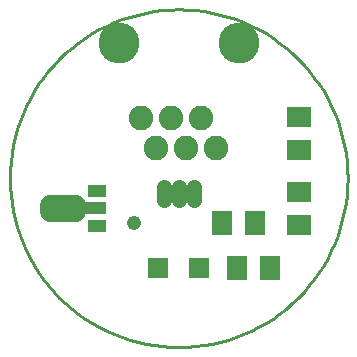
<source format=gts>
G75*
G70*
%OFA0B0*%
%FSLAX24Y24*%
%IPPOS*%
%LPD*%
%AMOC8*
5,1,8,0,0,1.08239X$1,22.5*
%
%ADD10C,0.0100*%
%ADD11C,0.0516*%
%ADD12R,0.0789X0.0710*%
%ADD13R,0.0710X0.0789*%
%ADD14R,0.0631X0.0395*%
%ADD15R,0.0828X0.0395*%
%ADD16C,0.0660*%
%ADD17R,0.0671X0.0671*%
%ADD18C,0.0820*%
%ADD19C,0.0000*%
%ADD20C,0.1360*%
%ADD21C,0.0476*%
D10*
X000150Y005775D02*
X000157Y006051D01*
X000177Y006326D01*
X000211Y006600D01*
X000258Y006872D01*
X000319Y007142D01*
X000392Y007408D01*
X000479Y007670D01*
X000578Y007928D01*
X000690Y008180D01*
X000814Y008427D01*
X000950Y008667D01*
X001098Y008900D01*
X001257Y009126D01*
X001427Y009343D01*
X001607Y009553D01*
X001798Y009752D01*
X001997Y009943D01*
X002207Y010123D01*
X002424Y010293D01*
X002650Y010452D01*
X002883Y010600D01*
X003123Y010736D01*
X003370Y010860D01*
X003622Y010972D01*
X003880Y011071D01*
X004142Y011158D01*
X004408Y011231D01*
X004678Y011292D01*
X004950Y011339D01*
X005224Y011373D01*
X005499Y011393D01*
X005775Y011400D01*
X006051Y011393D01*
X006326Y011373D01*
X006600Y011339D01*
X006872Y011292D01*
X007142Y011231D01*
X007408Y011158D01*
X007670Y011071D01*
X007928Y010972D01*
X008180Y010860D01*
X008427Y010736D01*
X008667Y010600D01*
X008900Y010452D01*
X009126Y010293D01*
X009343Y010123D01*
X009553Y009943D01*
X009752Y009752D01*
X009943Y009553D01*
X010123Y009343D01*
X010293Y009126D01*
X010452Y008900D01*
X010600Y008667D01*
X010736Y008427D01*
X010860Y008180D01*
X010972Y007928D01*
X011071Y007670D01*
X011158Y007408D01*
X011231Y007142D01*
X011292Y006872D01*
X011339Y006600D01*
X011373Y006326D01*
X011393Y006051D01*
X011400Y005775D01*
X011393Y005499D01*
X011373Y005224D01*
X011339Y004950D01*
X011292Y004678D01*
X011231Y004408D01*
X011158Y004142D01*
X011071Y003880D01*
X010972Y003622D01*
X010860Y003370D01*
X010736Y003123D01*
X010600Y002883D01*
X010452Y002650D01*
X010293Y002424D01*
X010123Y002207D01*
X009943Y001997D01*
X009752Y001798D01*
X009553Y001607D01*
X009343Y001427D01*
X009126Y001257D01*
X008900Y001098D01*
X008667Y000950D01*
X008427Y000814D01*
X008180Y000690D01*
X007928Y000578D01*
X007670Y000479D01*
X007408Y000392D01*
X007142Y000319D01*
X006872Y000258D01*
X006600Y000211D01*
X006326Y000177D01*
X006051Y000157D01*
X005775Y000150D01*
X005499Y000157D01*
X005224Y000177D01*
X004950Y000211D01*
X004678Y000258D01*
X004408Y000319D01*
X004142Y000392D01*
X003880Y000479D01*
X003622Y000578D01*
X003370Y000690D01*
X003123Y000814D01*
X002883Y000950D01*
X002650Y001098D01*
X002424Y001257D01*
X002207Y001427D01*
X001997Y001607D01*
X001798Y001798D01*
X001607Y001997D01*
X001427Y002207D01*
X001257Y002424D01*
X001098Y002650D01*
X000950Y002883D01*
X000814Y003123D01*
X000690Y003370D01*
X000578Y003622D01*
X000479Y003880D01*
X000392Y004142D01*
X000319Y004408D01*
X000258Y004678D01*
X000211Y004950D01*
X000177Y005224D01*
X000157Y005499D01*
X000150Y005775D01*
D11*
X005275Y005493D02*
X005275Y005057D01*
X005775Y005057D02*
X005775Y005493D01*
X006275Y005493D02*
X006275Y005057D01*
D12*
X009775Y005326D03*
X009775Y004224D03*
X009775Y006724D03*
X009775Y007826D03*
D13*
X008326Y004275D03*
X007224Y004275D03*
X007724Y002775D03*
X008826Y002775D03*
D14*
X003055Y004185D03*
X003055Y005365D03*
D15*
X002955Y004775D03*
D16*
X002333Y004885D02*
X002333Y004665D01*
X001477Y004665D01*
X001477Y004885D01*
X002333Y004885D01*
D17*
X005086Y002775D03*
X006464Y002775D03*
D18*
X006025Y006775D03*
X007025Y006775D03*
X006525Y007775D03*
X005525Y007775D03*
X004525Y007775D03*
X005025Y006775D03*
D19*
X003135Y010275D02*
X003137Y010325D01*
X003143Y010375D01*
X003153Y010424D01*
X003166Y010473D01*
X003184Y010520D01*
X003205Y010566D01*
X003229Y010609D01*
X003257Y010651D01*
X003288Y010691D01*
X003322Y010728D01*
X003359Y010762D01*
X003399Y010793D01*
X003441Y010821D01*
X003484Y010845D01*
X003530Y010866D01*
X003577Y010884D01*
X003626Y010897D01*
X003675Y010907D01*
X003725Y010913D01*
X003775Y010915D01*
X003825Y010913D01*
X003875Y010907D01*
X003924Y010897D01*
X003973Y010884D01*
X004020Y010866D01*
X004066Y010845D01*
X004109Y010821D01*
X004151Y010793D01*
X004191Y010762D01*
X004228Y010728D01*
X004262Y010691D01*
X004293Y010651D01*
X004321Y010609D01*
X004345Y010566D01*
X004366Y010520D01*
X004384Y010473D01*
X004397Y010424D01*
X004407Y010375D01*
X004413Y010325D01*
X004415Y010275D01*
X004413Y010225D01*
X004407Y010175D01*
X004397Y010126D01*
X004384Y010077D01*
X004366Y010030D01*
X004345Y009984D01*
X004321Y009941D01*
X004293Y009899D01*
X004262Y009859D01*
X004228Y009822D01*
X004191Y009788D01*
X004151Y009757D01*
X004109Y009729D01*
X004066Y009705D01*
X004020Y009684D01*
X003973Y009666D01*
X003924Y009653D01*
X003875Y009643D01*
X003825Y009637D01*
X003775Y009635D01*
X003725Y009637D01*
X003675Y009643D01*
X003626Y009653D01*
X003577Y009666D01*
X003530Y009684D01*
X003484Y009705D01*
X003441Y009729D01*
X003399Y009757D01*
X003359Y009788D01*
X003322Y009822D01*
X003288Y009859D01*
X003257Y009899D01*
X003229Y009941D01*
X003205Y009984D01*
X003184Y010030D01*
X003166Y010077D01*
X003153Y010126D01*
X003143Y010175D01*
X003137Y010225D01*
X003135Y010275D01*
X007135Y010275D02*
X007137Y010325D01*
X007143Y010375D01*
X007153Y010424D01*
X007166Y010473D01*
X007184Y010520D01*
X007205Y010566D01*
X007229Y010609D01*
X007257Y010651D01*
X007288Y010691D01*
X007322Y010728D01*
X007359Y010762D01*
X007399Y010793D01*
X007441Y010821D01*
X007484Y010845D01*
X007530Y010866D01*
X007577Y010884D01*
X007626Y010897D01*
X007675Y010907D01*
X007725Y010913D01*
X007775Y010915D01*
X007825Y010913D01*
X007875Y010907D01*
X007924Y010897D01*
X007973Y010884D01*
X008020Y010866D01*
X008066Y010845D01*
X008109Y010821D01*
X008151Y010793D01*
X008191Y010762D01*
X008228Y010728D01*
X008262Y010691D01*
X008293Y010651D01*
X008321Y010609D01*
X008345Y010566D01*
X008366Y010520D01*
X008384Y010473D01*
X008397Y010424D01*
X008407Y010375D01*
X008413Y010325D01*
X008415Y010275D01*
X008413Y010225D01*
X008407Y010175D01*
X008397Y010126D01*
X008384Y010077D01*
X008366Y010030D01*
X008345Y009984D01*
X008321Y009941D01*
X008293Y009899D01*
X008262Y009859D01*
X008228Y009822D01*
X008191Y009788D01*
X008151Y009757D01*
X008109Y009729D01*
X008066Y009705D01*
X008020Y009684D01*
X007973Y009666D01*
X007924Y009653D01*
X007875Y009643D01*
X007825Y009637D01*
X007775Y009635D01*
X007725Y009637D01*
X007675Y009643D01*
X007626Y009653D01*
X007577Y009666D01*
X007530Y009684D01*
X007484Y009705D01*
X007441Y009729D01*
X007399Y009757D01*
X007359Y009788D01*
X007322Y009822D01*
X007288Y009859D01*
X007257Y009899D01*
X007229Y009941D01*
X007205Y009984D01*
X007184Y010030D01*
X007166Y010077D01*
X007153Y010126D01*
X007143Y010175D01*
X007137Y010225D01*
X007135Y010275D01*
D20*
X007775Y010275D03*
X003775Y010275D03*
D21*
X004275Y004275D03*
M02*

</source>
